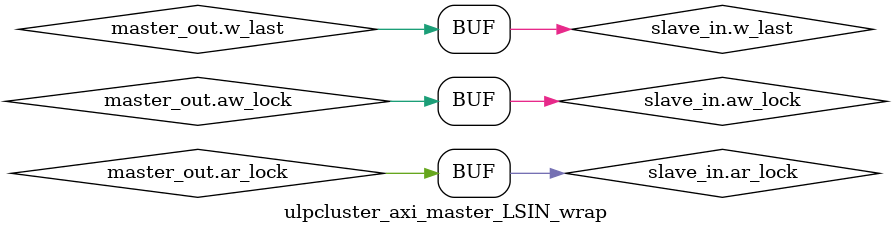
<source format=sv>
`include "ulpsoc_defines.sv"

module ulpcluster_axi_master_LSIN_wrap
#(
    parameter AXI_ADDR_WIDTH = 32,
    parameter AXI_ID_WIDTH   = 8,
    parameter AXI_USER_WIDTH = 6,
    parameter AXI_DATA_WIDTH = 64,
    parameter AXI_STRB_WIDTH = 8,
    parameter BUFFER_WIDTH   = 8
)
(
    AXI_BUS_ASYNC.Slave      slave_in,
    AXI_BUS_ASYNC.Master     master_out
);

   genvar i;

   generate

      //AW CHANNEL
      for(i=0;i<BUFFER_WIDTH;i++)
      begin : aw_writetoken_LS
          assign master_out.aw_writetoken[i] = slave_in.aw_writetoken[i];
      end

      for(i=0;i<AXI_ADDR_WIDTH;i++)
      begin : aw_addr_LS
          assign master_out.aw_addr[i] = slave_in.aw_addr[i];
      end

      for(i=0;i<3;i++)
      begin : aw_prot_LS
          assign master_out.aw_prot[i] = slave_in.aw_prot[i];
      end

      for(i=0;i<4;i++)
      begin : aw_region_LS
          assign master_out.aw_region[i] = slave_in.aw_region[i];
      end

      for(i=0;i<8;i++)
      begin : aw_len_LS
          assign master_out.aw_len[i] = slave_in.aw_len[i];
      end

      for(i=0;i<3;i++)
      begin : aw_size_LS
          assign master_out.aw_size[i] = slave_in.aw_size[i];
      end

      for(i=0;i<2;i++)
      begin : aw_burst_LS
          assign master_out.aw_burst[i] =  slave_in.aw_burst[i];
      end

      assign master_out.aw_lock = slave_in.aw_lock;

      for(i=0;i<4;i++)
      begin : aw_cache_LS
          assign master_out.aw_cache[i] = slave_in.aw_cache[i];
      end

      for(i=0;i<4;i++)
      begin : aw_qos_LS
          assign master_out.aw_qos[i] = slave_in.aw_qos[i];
      end

      for(i=0;i<AXI_ID_WIDTH;i++)
      begin : aw_id_LS
          assign master_out.aw_id[i] = slave_in.aw_id[i];
      end

      for(i=0;i<AXI_USER_WIDTH;i++)
      begin : aw_user_LS
          assign master_out.aw_user[i] = slave_in.aw_user[i];
      end

      for(i=0;i<BUFFER_WIDTH;i++)
      begin : aw_readpointer_LS
          pulp_level_shifter_in  lev_shifter_aw_readpointer      ( .out_o(slave_in.aw_readpointer[i]),       .in_i(master_out.aw_readpointer[i])       );
      end



      //AR CHANNEL
      for(i=0;i<BUFFER_WIDTH;i++)
      begin : ar_writetoken_LS
          assign master_out.ar_writetoken[i] = slave_in.ar_writetoken[i];
      end

      for(i=0;i<AXI_ADDR_WIDTH;i++)
      begin : ar_addr_LS
          assign master_out.ar_addr[i] = slave_in.ar_addr[i];
      end

      for(i=0;i<3;i++)
      begin : ar_prot_LS
          assign master_out.ar_prot[i] = slave_in.ar_prot[i];
      end

      for(i=0;i<4;i++)
      begin : ar_region_LS
          assign master_out.ar_region[i] = slave_in.ar_region[i];
      end

      for(i=0;i<8;i++)
      begin : ar_len_LS
          assign master_out.ar_len[i] = slave_in.ar_len[i];
      end

      for(i=0;i<3;i++)
      begin : ar_size_LS
          assign master_out.ar_size[i] = slave_in.ar_size[i];
      end


      for(i=0;i<2;i++)
      begin : ar_burst_LS
          assign master_out.ar_burst[i] = slave_in.ar_burst[i];
      end

      assign master_out.ar_lock = slave_in.ar_lock;

      for(i=0;i<4;i++)
      begin : ar_cache_LS
          assign master_out.ar_cache[i] = slave_in.ar_cache[i];
      end

      for(i=0;i<4;i++)
      begin : ar_qos_LS
          assign master_out.ar_qos[i] = slave_in.ar_qos[i];
      end


      for(i=0;i<AXI_ID_WIDTH;i++)
      begin : ar_id_LS
          assign master_out.ar_id[i] = slave_in.ar_id[i];
      end


      for(i=0;i<AXI_USER_WIDTH;i++)
      begin : ar_user_LS
          assign master_out.ar_user[i] = slave_in.ar_user[i];
      end

      for(i=0;i<BUFFER_WIDTH;i++)
      begin : ar_readpointer_LS
          pulp_level_shifter_in  lev_shifter_ar_readpointer       ( .out_o(slave_in.ar_readpointer[i]),       .in_i(master_out.ar_readpointer[i])       );
      end




      //W CHANNEL
      for(i=0;i<BUFFER_WIDTH;i++)
      begin : w_writetoken_LS
          assign master_out.w_writetoken[i] = slave_in.w_writetoken[i];
      end

      for(i=0;i<AXI_DATA_WIDTH;i++)
      begin : w_data_LS
          assign master_out.w_data[i] = slave_in.w_data[i];
      end

      for(i=0;i<AXI_STRB_WIDTH;i++)
      begin : w_strb_LS
          assign master_out.w_strb[i] = slave_in.w_strb[i];
      end

      for(i=0;i<AXI_USER_WIDTH;i++)
      begin : w_user_LS
          assign master_out.w_user[i] = slave_in.w_user[i];
      end

      assign master_out.w_last = slave_in.w_last;

      for(i=0;i<BUFFER_WIDTH;i++)
      begin : w_readpointer_LS
          pulp_level_shifter_in  lev_shifter_w_readpointer   ( .out_o(slave_in.w_readpointer[i]),        .in_i(master_out.w_readpointer[i])       );
      end




      // B CHANNEL
      for(i=0;i<BUFFER_WIDTH;i++)
      begin : b_writetoken_LS
          pulp_level_shifter_in  lev_shifter_b_writetoken    ( .out_o(slave_in.b_writetoken[i]),        .in_i(master_out.b_writetoken[i])       );
      end

      for(i=0;i<2;i++)
      begin : b_resp_LS
          pulp_level_shifter_in  lev_shifter_b_resp    ( .out_o(slave_in.b_resp[i]),        .in_i(master_out.b_resp[i])       );
      end

      for(i=0;i<AXI_ID_WIDTH;i++)
      begin : b_id_LS
          pulp_level_shifter_in lev_shifter_b_id     ( .out_o(slave_in.b_id[i]),       .in_i(master_out.b_id[i])       );
      end

      for(i=0;i<AXI_USER_WIDTH;i++)
      begin : b_user_LS
          pulp_level_shifter_in lev_shifter_b_user    ( .out_o(slave_in.b_user[i]),       .in_i(master_out.b_user[i])       );
      end

      for(i=0;i<BUFFER_WIDTH;i++)
      begin : b_readpointer_LS
          assign master_out.b_readpointer[i] = slave_in.b_readpointer[i];
      end




      // R CHANNEL
      for(i=0;i<BUFFER_WIDTH;i++)
      begin : r_writetoken_LS
          pulp_level_shifter_in  lev_shifter_r_writetoken    ( .out_o(slave_in.r_writetoken[i]),        .in_i(master_out.r_writetoken[i])       );
      end

      for(i=0;i<AXI_DATA_WIDTH;i++)
      begin : r_data_LS
          pulp_level_shifter_in  lev_shifter_r_data    ( .out_o(slave_in.r_data[i]),        .in_i(master_out.r_data[i])       );
      end

      for(i=0;i<2;i++)
      begin : r_resp_LS
          pulp_level_shifter_in  lev_shifter_r_resp    ( .out_o(slave_in.r_resp[i]),        .in_i(master_out.r_resp[i])       );
      end

      pulp_level_shifter_in  lev_shifter_r_last    ( .out_o(slave_in.r_last),        .in_i(master_out.r_last)       );

      for(i=0;i<AXI_ID_WIDTH;i++)
      begin : r_id_LS
          pulp_level_shifter_in lev_shifter_r_id     ( .out_o(slave_in.r_id[i]),       .in_i(master_out.r_id[i])       );
      end

      for(i=0;i<AXI_USER_WIDTH;i++)
      begin : r_user_LS
          pulp_level_shifter_in lev_shifter_r_user    ( .out_o(slave_in.r_user[i]),       .in_i(master_out.r_user[i])       );
      end

      for(i=0;i<BUFFER_WIDTH;i++)
      begin : r_readpointer_LS
          assign master_out.r_readpointer[i] = slave_in.r_readpointer[i];
      end

   endgenerate

endmodule

</source>
